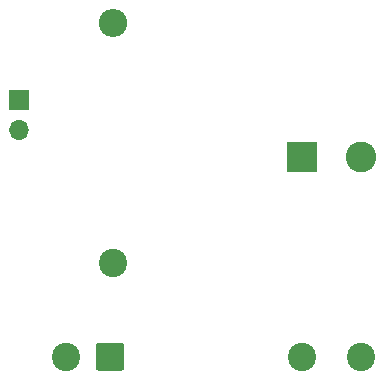
<source format=gbr>
%TF.GenerationSoftware,KiCad,Pcbnew,(5.1.9-0-10_14)*%
%TF.CreationDate,2021-02-20T17:05:10+00:00*%
%TF.ProjectId,SSR-PCB,5353522d-5043-4422-9e6b-696361645f70,rev?*%
%TF.SameCoordinates,Original*%
%TF.FileFunction,Copper,L1,Top*%
%TF.FilePolarity,Positive*%
%FSLAX46Y46*%
G04 Gerber Fmt 4.6, Leading zero omitted, Abs format (unit mm)*
G04 Created by KiCad (PCBNEW (5.1.9-0-10_14)) date 2021-02-20 17:05:10*
%MOMM*%
%LPD*%
G01*
G04 APERTURE LIST*
%TA.AperFunction,ComponentPad*%
%ADD10C,2.400000*%
%TD*%
%TA.AperFunction,ComponentPad*%
%ADD11O,2.400000X2.400000*%
%TD*%
%TA.AperFunction,ComponentPad*%
%ADD12C,2.600000*%
%TD*%
%TA.AperFunction,ComponentPad*%
%ADD13R,2.600000X2.600000*%
%TD*%
%TA.AperFunction,ComponentPad*%
%ADD14O,1.700000X1.700000*%
%TD*%
%TA.AperFunction,ComponentPad*%
%ADD15R,1.700000X1.700000*%
%TD*%
G04 APERTURE END LIST*
%TO.P,SSR-Ithink1,A1*%
%TO.N,Net-(Resistor_SSR1-Pad1)*%
%TA.AperFunction,ComponentPad*%
G36*
G01*
X-154540000Y-47835400D02*
X-154540000Y-45934600D01*
G75*
G02*
X-154290400Y-45685000I249600J0D01*
G01*
X-152389600Y-45685000D01*
G75*
G02*
X-152140000Y-45934600I0J-249600D01*
G01*
X-152140000Y-47835400D01*
G75*
G02*
X-152389600Y-48085000I-249600J0D01*
G01*
X-154290400Y-48085000D01*
G75*
G02*
X-154540000Y-47835400I0J249600D01*
G01*
G37*
%TD.AperFunction*%
D10*
%TO.P,SSR-Ithink1,A2*%
%TO.N,GND*%
X-157090000Y-46885000D03*
%TO.P,SSR-Ithink1,11*%
%TO.N,Net-(J2-Pad1)*%
X-137090000Y-46885000D03*
%TO.P,SSR-Ithink1,14*%
%TO.N,Net-(J2-Pad2)*%
X-132090000Y-46885000D03*
%TD*%
D11*
%TO.P,Resistor_SSR1,2*%
%TO.N,GPIO6*%
X-153060000Y-18660000D03*
D10*
%TO.P,Resistor_SSR1,1*%
%TO.N,Net-(Resistor_SSR1-Pad1)*%
X-153060000Y-38980000D03*
%TD*%
D12*
%TO.P,J2,2*%
%TO.N,Net-(J2-Pad2)*%
X-132120000Y-29990000D03*
D13*
%TO.P,J2,1*%
%TO.N,Net-(J2-Pad1)*%
X-137120000Y-29990000D03*
%TD*%
D14*
%TO.P,J1,2*%
%TO.N,GND*%
X-161030000Y-27660000D03*
D15*
%TO.P,J1,1*%
%TO.N,GPIO6*%
X-161030000Y-25120000D03*
%TD*%
M02*

</source>
